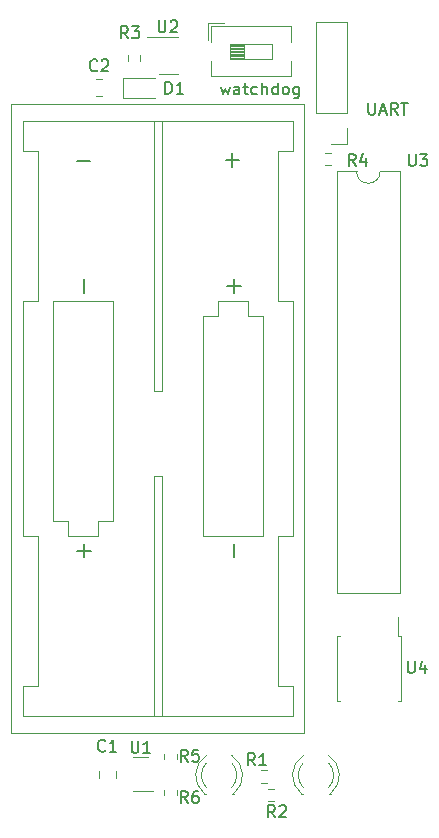
<source format=gbr>
%TF.GenerationSoftware,KiCad,Pcbnew,7.0.10*%
%TF.CreationDate,2024-01-09T16:20:13+01:00*%
%TF.ProjectId,mold_detect,6d6f6c64-5f64-4657-9465-63742e6b6963,rev?*%
%TF.SameCoordinates,Original*%
%TF.FileFunction,Legend,Top*%
%TF.FilePolarity,Positive*%
%FSLAX46Y46*%
G04 Gerber Fmt 4.6, Leading zero omitted, Abs format (unit mm)*
G04 Created by KiCad (PCBNEW 7.0.10) date 2024-01-09 16:20:13*
%MOMM*%
%LPD*%
G01*
G04 APERTURE LIST*
%ADD10C,0.150000*%
%ADD11C,0.120000*%
G04 APERTURE END LIST*
D10*
X109836779Y-86769819D02*
X109836779Y-87579342D01*
X109836779Y-87579342D02*
X109884398Y-87674580D01*
X109884398Y-87674580D02*
X109932017Y-87722200D01*
X109932017Y-87722200D02*
X110027255Y-87769819D01*
X110027255Y-87769819D02*
X110217731Y-87769819D01*
X110217731Y-87769819D02*
X110312969Y-87722200D01*
X110312969Y-87722200D02*
X110360588Y-87674580D01*
X110360588Y-87674580D02*
X110408207Y-87579342D01*
X110408207Y-87579342D02*
X110408207Y-86769819D01*
X110836779Y-87484104D02*
X111312969Y-87484104D01*
X110741541Y-87769819D02*
X111074874Y-86769819D01*
X111074874Y-86769819D02*
X111408207Y-87769819D01*
X112312969Y-87769819D02*
X111979636Y-87293628D01*
X111741541Y-87769819D02*
X111741541Y-86769819D01*
X111741541Y-86769819D02*
X112122493Y-86769819D01*
X112122493Y-86769819D02*
X112217731Y-86817438D01*
X112217731Y-86817438D02*
X112265350Y-86865057D01*
X112265350Y-86865057D02*
X112312969Y-86960295D01*
X112312969Y-86960295D02*
X112312969Y-87103152D01*
X112312969Y-87103152D02*
X112265350Y-87198390D01*
X112265350Y-87198390D02*
X112217731Y-87246009D01*
X112217731Y-87246009D02*
X112122493Y-87293628D01*
X112122493Y-87293628D02*
X111741541Y-87293628D01*
X112598684Y-86769819D02*
X113170112Y-86769819D01*
X112884398Y-87769819D02*
X112884398Y-86769819D01*
X97341541Y-85403152D02*
X97532017Y-86069819D01*
X97532017Y-86069819D02*
X97722493Y-85593628D01*
X97722493Y-85593628D02*
X97912969Y-86069819D01*
X97912969Y-86069819D02*
X98103445Y-85403152D01*
X98912969Y-86069819D02*
X98912969Y-85546009D01*
X98912969Y-85546009D02*
X98865350Y-85450771D01*
X98865350Y-85450771D02*
X98770112Y-85403152D01*
X98770112Y-85403152D02*
X98579636Y-85403152D01*
X98579636Y-85403152D02*
X98484398Y-85450771D01*
X98912969Y-86022200D02*
X98817731Y-86069819D01*
X98817731Y-86069819D02*
X98579636Y-86069819D01*
X98579636Y-86069819D02*
X98484398Y-86022200D01*
X98484398Y-86022200D02*
X98436779Y-85926961D01*
X98436779Y-85926961D02*
X98436779Y-85831723D01*
X98436779Y-85831723D02*
X98484398Y-85736485D01*
X98484398Y-85736485D02*
X98579636Y-85688866D01*
X98579636Y-85688866D02*
X98817731Y-85688866D01*
X98817731Y-85688866D02*
X98912969Y-85641247D01*
X99246303Y-85403152D02*
X99627255Y-85403152D01*
X99389160Y-85069819D02*
X99389160Y-85926961D01*
X99389160Y-85926961D02*
X99436779Y-86022200D01*
X99436779Y-86022200D02*
X99532017Y-86069819D01*
X99532017Y-86069819D02*
X99627255Y-86069819D01*
X100389160Y-86022200D02*
X100293922Y-86069819D01*
X100293922Y-86069819D02*
X100103446Y-86069819D01*
X100103446Y-86069819D02*
X100008208Y-86022200D01*
X100008208Y-86022200D02*
X99960589Y-85974580D01*
X99960589Y-85974580D02*
X99912970Y-85879342D01*
X99912970Y-85879342D02*
X99912970Y-85593628D01*
X99912970Y-85593628D02*
X99960589Y-85498390D01*
X99960589Y-85498390D02*
X100008208Y-85450771D01*
X100008208Y-85450771D02*
X100103446Y-85403152D01*
X100103446Y-85403152D02*
X100293922Y-85403152D01*
X100293922Y-85403152D02*
X100389160Y-85450771D01*
X100817732Y-86069819D02*
X100817732Y-85069819D01*
X101246303Y-86069819D02*
X101246303Y-85546009D01*
X101246303Y-85546009D02*
X101198684Y-85450771D01*
X101198684Y-85450771D02*
X101103446Y-85403152D01*
X101103446Y-85403152D02*
X100960589Y-85403152D01*
X100960589Y-85403152D02*
X100865351Y-85450771D01*
X100865351Y-85450771D02*
X100817732Y-85498390D01*
X102151065Y-86069819D02*
X102151065Y-85069819D01*
X102151065Y-86022200D02*
X102055827Y-86069819D01*
X102055827Y-86069819D02*
X101865351Y-86069819D01*
X101865351Y-86069819D02*
X101770113Y-86022200D01*
X101770113Y-86022200D02*
X101722494Y-85974580D01*
X101722494Y-85974580D02*
X101674875Y-85879342D01*
X101674875Y-85879342D02*
X101674875Y-85593628D01*
X101674875Y-85593628D02*
X101722494Y-85498390D01*
X101722494Y-85498390D02*
X101770113Y-85450771D01*
X101770113Y-85450771D02*
X101865351Y-85403152D01*
X101865351Y-85403152D02*
X102055827Y-85403152D01*
X102055827Y-85403152D02*
X102151065Y-85450771D01*
X102770113Y-86069819D02*
X102674875Y-86022200D01*
X102674875Y-86022200D02*
X102627256Y-85974580D01*
X102627256Y-85974580D02*
X102579637Y-85879342D01*
X102579637Y-85879342D02*
X102579637Y-85593628D01*
X102579637Y-85593628D02*
X102627256Y-85498390D01*
X102627256Y-85498390D02*
X102674875Y-85450771D01*
X102674875Y-85450771D02*
X102770113Y-85403152D01*
X102770113Y-85403152D02*
X102912970Y-85403152D01*
X102912970Y-85403152D02*
X103008208Y-85450771D01*
X103008208Y-85450771D02*
X103055827Y-85498390D01*
X103055827Y-85498390D02*
X103103446Y-85593628D01*
X103103446Y-85593628D02*
X103103446Y-85879342D01*
X103103446Y-85879342D02*
X103055827Y-85974580D01*
X103055827Y-85974580D02*
X103008208Y-86022200D01*
X103008208Y-86022200D02*
X102912970Y-86069819D01*
X102912970Y-86069819D02*
X102770113Y-86069819D01*
X103960589Y-85403152D02*
X103960589Y-86212676D01*
X103960589Y-86212676D02*
X103912970Y-86307914D01*
X103912970Y-86307914D02*
X103865351Y-86355533D01*
X103865351Y-86355533D02*
X103770113Y-86403152D01*
X103770113Y-86403152D02*
X103627256Y-86403152D01*
X103627256Y-86403152D02*
X103532018Y-86355533D01*
X103960589Y-86022200D02*
X103865351Y-86069819D01*
X103865351Y-86069819D02*
X103674875Y-86069819D01*
X103674875Y-86069819D02*
X103579637Y-86022200D01*
X103579637Y-86022200D02*
X103532018Y-85974580D01*
X103532018Y-85974580D02*
X103484399Y-85879342D01*
X103484399Y-85879342D02*
X103484399Y-85593628D01*
X103484399Y-85593628D02*
X103532018Y-85498390D01*
X103532018Y-85498390D02*
X103579637Y-85450771D01*
X103579637Y-85450771D02*
X103674875Y-85403152D01*
X103674875Y-85403152D02*
X103865351Y-85403152D01*
X103865351Y-85403152D02*
X103960589Y-85450771D01*
X113173095Y-134054819D02*
X113173095Y-134864342D01*
X113173095Y-134864342D02*
X113220714Y-134959580D01*
X113220714Y-134959580D02*
X113268333Y-135007200D01*
X113268333Y-135007200D02*
X113363571Y-135054819D01*
X113363571Y-135054819D02*
X113554047Y-135054819D01*
X113554047Y-135054819D02*
X113649285Y-135007200D01*
X113649285Y-135007200D02*
X113696904Y-134959580D01*
X113696904Y-134959580D02*
X113744523Y-134864342D01*
X113744523Y-134864342D02*
X113744523Y-134054819D01*
X114649285Y-134388152D02*
X114649285Y-135054819D01*
X114411190Y-134007200D02*
X114173095Y-134721485D01*
X114173095Y-134721485D02*
X114792142Y-134721485D01*
X85128571Y-91714700D02*
X86271429Y-91714700D01*
X98464700Y-102871428D02*
X98464700Y-101728571D01*
X99036128Y-102299999D02*
X97893271Y-102299999D01*
X98314700Y-92171428D02*
X98314700Y-91028571D01*
X98886128Y-91599999D02*
X97743271Y-91599999D01*
X98464700Y-125271428D02*
X98464700Y-124128571D01*
X85764700Y-102871428D02*
X85764700Y-101728571D01*
X85764700Y-125271428D02*
X85764700Y-124128571D01*
X86336128Y-124699999D02*
X85193271Y-124699999D01*
X89483333Y-81304819D02*
X89150000Y-80828628D01*
X88911905Y-81304819D02*
X88911905Y-80304819D01*
X88911905Y-80304819D02*
X89292857Y-80304819D01*
X89292857Y-80304819D02*
X89388095Y-80352438D01*
X89388095Y-80352438D02*
X89435714Y-80400057D01*
X89435714Y-80400057D02*
X89483333Y-80495295D01*
X89483333Y-80495295D02*
X89483333Y-80638152D01*
X89483333Y-80638152D02*
X89435714Y-80733390D01*
X89435714Y-80733390D02*
X89388095Y-80781009D01*
X89388095Y-80781009D02*
X89292857Y-80828628D01*
X89292857Y-80828628D02*
X88911905Y-80828628D01*
X89816667Y-80304819D02*
X90435714Y-80304819D01*
X90435714Y-80304819D02*
X90102381Y-80685771D01*
X90102381Y-80685771D02*
X90245238Y-80685771D01*
X90245238Y-80685771D02*
X90340476Y-80733390D01*
X90340476Y-80733390D02*
X90388095Y-80781009D01*
X90388095Y-80781009D02*
X90435714Y-80876247D01*
X90435714Y-80876247D02*
X90435714Y-81114342D01*
X90435714Y-81114342D02*
X90388095Y-81209580D01*
X90388095Y-81209580D02*
X90340476Y-81257200D01*
X90340476Y-81257200D02*
X90245238Y-81304819D01*
X90245238Y-81304819D02*
X89959524Y-81304819D01*
X89959524Y-81304819D02*
X89864286Y-81257200D01*
X89864286Y-81257200D02*
X89816667Y-81209580D01*
X89788095Y-140804819D02*
X89788095Y-141614342D01*
X89788095Y-141614342D02*
X89835714Y-141709580D01*
X89835714Y-141709580D02*
X89883333Y-141757200D01*
X89883333Y-141757200D02*
X89978571Y-141804819D01*
X89978571Y-141804819D02*
X90169047Y-141804819D01*
X90169047Y-141804819D02*
X90264285Y-141757200D01*
X90264285Y-141757200D02*
X90311904Y-141709580D01*
X90311904Y-141709580D02*
X90359523Y-141614342D01*
X90359523Y-141614342D02*
X90359523Y-140804819D01*
X91359523Y-141804819D02*
X90788095Y-141804819D01*
X91073809Y-141804819D02*
X91073809Y-140804819D01*
X91073809Y-140804819D02*
X90978571Y-140947676D01*
X90978571Y-140947676D02*
X90883333Y-141042914D01*
X90883333Y-141042914D02*
X90788095Y-141090533D01*
X94533333Y-146054819D02*
X94200000Y-145578628D01*
X93961905Y-146054819D02*
X93961905Y-145054819D01*
X93961905Y-145054819D02*
X94342857Y-145054819D01*
X94342857Y-145054819D02*
X94438095Y-145102438D01*
X94438095Y-145102438D02*
X94485714Y-145150057D01*
X94485714Y-145150057D02*
X94533333Y-145245295D01*
X94533333Y-145245295D02*
X94533333Y-145388152D01*
X94533333Y-145388152D02*
X94485714Y-145483390D01*
X94485714Y-145483390D02*
X94438095Y-145531009D01*
X94438095Y-145531009D02*
X94342857Y-145578628D01*
X94342857Y-145578628D02*
X93961905Y-145578628D01*
X95390476Y-145054819D02*
X95200000Y-145054819D01*
X95200000Y-145054819D02*
X95104762Y-145102438D01*
X95104762Y-145102438D02*
X95057143Y-145150057D01*
X95057143Y-145150057D02*
X94961905Y-145292914D01*
X94961905Y-145292914D02*
X94914286Y-145483390D01*
X94914286Y-145483390D02*
X94914286Y-145864342D01*
X94914286Y-145864342D02*
X94961905Y-145959580D01*
X94961905Y-145959580D02*
X95009524Y-146007200D01*
X95009524Y-146007200D02*
X95104762Y-146054819D01*
X95104762Y-146054819D02*
X95295238Y-146054819D01*
X95295238Y-146054819D02*
X95390476Y-146007200D01*
X95390476Y-146007200D02*
X95438095Y-145959580D01*
X95438095Y-145959580D02*
X95485714Y-145864342D01*
X95485714Y-145864342D02*
X95485714Y-145626247D01*
X95485714Y-145626247D02*
X95438095Y-145531009D01*
X95438095Y-145531009D02*
X95390476Y-145483390D01*
X95390476Y-145483390D02*
X95295238Y-145435771D01*
X95295238Y-145435771D02*
X95104762Y-145435771D01*
X95104762Y-145435771D02*
X95009524Y-145483390D01*
X95009524Y-145483390D02*
X94961905Y-145531009D01*
X94961905Y-145531009D02*
X94914286Y-145626247D01*
X94533333Y-142554819D02*
X94200000Y-142078628D01*
X93961905Y-142554819D02*
X93961905Y-141554819D01*
X93961905Y-141554819D02*
X94342857Y-141554819D01*
X94342857Y-141554819D02*
X94438095Y-141602438D01*
X94438095Y-141602438D02*
X94485714Y-141650057D01*
X94485714Y-141650057D02*
X94533333Y-141745295D01*
X94533333Y-141745295D02*
X94533333Y-141888152D01*
X94533333Y-141888152D02*
X94485714Y-141983390D01*
X94485714Y-141983390D02*
X94438095Y-142031009D01*
X94438095Y-142031009D02*
X94342857Y-142078628D01*
X94342857Y-142078628D02*
X93961905Y-142078628D01*
X95438095Y-141554819D02*
X94961905Y-141554819D01*
X94961905Y-141554819D02*
X94914286Y-142031009D01*
X94914286Y-142031009D02*
X94961905Y-141983390D01*
X94961905Y-141983390D02*
X95057143Y-141935771D01*
X95057143Y-141935771D02*
X95295238Y-141935771D01*
X95295238Y-141935771D02*
X95390476Y-141983390D01*
X95390476Y-141983390D02*
X95438095Y-142031009D01*
X95438095Y-142031009D02*
X95485714Y-142126247D01*
X95485714Y-142126247D02*
X95485714Y-142364342D01*
X95485714Y-142364342D02*
X95438095Y-142459580D01*
X95438095Y-142459580D02*
X95390476Y-142507200D01*
X95390476Y-142507200D02*
X95295238Y-142554819D01*
X95295238Y-142554819D02*
X95057143Y-142554819D01*
X95057143Y-142554819D02*
X94961905Y-142507200D01*
X94961905Y-142507200D02*
X94914286Y-142459580D01*
X108758333Y-92111926D02*
X108425000Y-91635735D01*
X108186905Y-92111926D02*
X108186905Y-91111926D01*
X108186905Y-91111926D02*
X108567857Y-91111926D01*
X108567857Y-91111926D02*
X108663095Y-91159545D01*
X108663095Y-91159545D02*
X108710714Y-91207164D01*
X108710714Y-91207164D02*
X108758333Y-91302402D01*
X108758333Y-91302402D02*
X108758333Y-91445259D01*
X108758333Y-91445259D02*
X108710714Y-91540497D01*
X108710714Y-91540497D02*
X108663095Y-91588116D01*
X108663095Y-91588116D02*
X108567857Y-91635735D01*
X108567857Y-91635735D02*
X108186905Y-91635735D01*
X109615476Y-91445259D02*
X109615476Y-92111926D01*
X109377381Y-91064307D02*
X109139286Y-91778592D01*
X109139286Y-91778592D02*
X109758333Y-91778592D01*
X92661905Y-86004819D02*
X92661905Y-85004819D01*
X92661905Y-85004819D02*
X92900000Y-85004819D01*
X92900000Y-85004819D02*
X93042857Y-85052438D01*
X93042857Y-85052438D02*
X93138095Y-85147676D01*
X93138095Y-85147676D02*
X93185714Y-85242914D01*
X93185714Y-85242914D02*
X93233333Y-85433390D01*
X93233333Y-85433390D02*
X93233333Y-85576247D01*
X93233333Y-85576247D02*
X93185714Y-85766723D01*
X93185714Y-85766723D02*
X93138095Y-85861961D01*
X93138095Y-85861961D02*
X93042857Y-85957200D01*
X93042857Y-85957200D02*
X92900000Y-86004819D01*
X92900000Y-86004819D02*
X92661905Y-86004819D01*
X94185714Y-86004819D02*
X93614286Y-86004819D01*
X93900000Y-86004819D02*
X93900000Y-85004819D01*
X93900000Y-85004819D02*
X93804762Y-85147676D01*
X93804762Y-85147676D02*
X93709524Y-85242914D01*
X93709524Y-85242914D02*
X93614286Y-85290533D01*
X101933333Y-147254819D02*
X101600000Y-146778628D01*
X101361905Y-147254819D02*
X101361905Y-146254819D01*
X101361905Y-146254819D02*
X101742857Y-146254819D01*
X101742857Y-146254819D02*
X101838095Y-146302438D01*
X101838095Y-146302438D02*
X101885714Y-146350057D01*
X101885714Y-146350057D02*
X101933333Y-146445295D01*
X101933333Y-146445295D02*
X101933333Y-146588152D01*
X101933333Y-146588152D02*
X101885714Y-146683390D01*
X101885714Y-146683390D02*
X101838095Y-146731009D01*
X101838095Y-146731009D02*
X101742857Y-146778628D01*
X101742857Y-146778628D02*
X101361905Y-146778628D01*
X102314286Y-146350057D02*
X102361905Y-146302438D01*
X102361905Y-146302438D02*
X102457143Y-146254819D01*
X102457143Y-146254819D02*
X102695238Y-146254819D01*
X102695238Y-146254819D02*
X102790476Y-146302438D01*
X102790476Y-146302438D02*
X102838095Y-146350057D01*
X102838095Y-146350057D02*
X102885714Y-146445295D01*
X102885714Y-146445295D02*
X102885714Y-146540533D01*
X102885714Y-146540533D02*
X102838095Y-146683390D01*
X102838095Y-146683390D02*
X102266667Y-147254819D01*
X102266667Y-147254819D02*
X102885714Y-147254819D01*
X92088095Y-79804819D02*
X92088095Y-80614342D01*
X92088095Y-80614342D02*
X92135714Y-80709580D01*
X92135714Y-80709580D02*
X92183333Y-80757200D01*
X92183333Y-80757200D02*
X92278571Y-80804819D01*
X92278571Y-80804819D02*
X92469047Y-80804819D01*
X92469047Y-80804819D02*
X92564285Y-80757200D01*
X92564285Y-80757200D02*
X92611904Y-80709580D01*
X92611904Y-80709580D02*
X92659523Y-80614342D01*
X92659523Y-80614342D02*
X92659523Y-79804819D01*
X93088095Y-79900057D02*
X93135714Y-79852438D01*
X93135714Y-79852438D02*
X93230952Y-79804819D01*
X93230952Y-79804819D02*
X93469047Y-79804819D01*
X93469047Y-79804819D02*
X93564285Y-79852438D01*
X93564285Y-79852438D02*
X93611904Y-79900057D01*
X93611904Y-79900057D02*
X93659523Y-79995295D01*
X93659523Y-79995295D02*
X93659523Y-80090533D01*
X93659523Y-80090533D02*
X93611904Y-80233390D01*
X93611904Y-80233390D02*
X93040476Y-80804819D01*
X93040476Y-80804819D02*
X93659523Y-80804819D01*
X113263095Y-91111926D02*
X113263095Y-91921449D01*
X113263095Y-91921449D02*
X113310714Y-92016687D01*
X113310714Y-92016687D02*
X113358333Y-92064307D01*
X113358333Y-92064307D02*
X113453571Y-92111926D01*
X113453571Y-92111926D02*
X113644047Y-92111926D01*
X113644047Y-92111926D02*
X113739285Y-92064307D01*
X113739285Y-92064307D02*
X113786904Y-92016687D01*
X113786904Y-92016687D02*
X113834523Y-91921449D01*
X113834523Y-91921449D02*
X113834523Y-91111926D01*
X114215476Y-91111926D02*
X114834523Y-91111926D01*
X114834523Y-91111926D02*
X114501190Y-91492878D01*
X114501190Y-91492878D02*
X114644047Y-91492878D01*
X114644047Y-91492878D02*
X114739285Y-91540497D01*
X114739285Y-91540497D02*
X114786904Y-91588116D01*
X114786904Y-91588116D02*
X114834523Y-91683354D01*
X114834523Y-91683354D02*
X114834523Y-91921449D01*
X114834523Y-91921449D02*
X114786904Y-92016687D01*
X114786904Y-92016687D02*
X114739285Y-92064307D01*
X114739285Y-92064307D02*
X114644047Y-92111926D01*
X114644047Y-92111926D02*
X114358333Y-92111926D01*
X114358333Y-92111926D02*
X114263095Y-92064307D01*
X114263095Y-92064307D02*
X114215476Y-92016687D01*
X100233333Y-142854819D02*
X99900000Y-142378628D01*
X99661905Y-142854819D02*
X99661905Y-141854819D01*
X99661905Y-141854819D02*
X100042857Y-141854819D01*
X100042857Y-141854819D02*
X100138095Y-141902438D01*
X100138095Y-141902438D02*
X100185714Y-141950057D01*
X100185714Y-141950057D02*
X100233333Y-142045295D01*
X100233333Y-142045295D02*
X100233333Y-142188152D01*
X100233333Y-142188152D02*
X100185714Y-142283390D01*
X100185714Y-142283390D02*
X100138095Y-142331009D01*
X100138095Y-142331009D02*
X100042857Y-142378628D01*
X100042857Y-142378628D02*
X99661905Y-142378628D01*
X101185714Y-142854819D02*
X100614286Y-142854819D01*
X100900000Y-142854819D02*
X100900000Y-141854819D01*
X100900000Y-141854819D02*
X100804762Y-141997676D01*
X100804762Y-141997676D02*
X100709524Y-142092914D01*
X100709524Y-142092914D02*
X100614286Y-142140533D01*
X87558333Y-141609580D02*
X87510714Y-141657200D01*
X87510714Y-141657200D02*
X87367857Y-141704819D01*
X87367857Y-141704819D02*
X87272619Y-141704819D01*
X87272619Y-141704819D02*
X87129762Y-141657200D01*
X87129762Y-141657200D02*
X87034524Y-141561961D01*
X87034524Y-141561961D02*
X86986905Y-141466723D01*
X86986905Y-141466723D02*
X86939286Y-141276247D01*
X86939286Y-141276247D02*
X86939286Y-141133390D01*
X86939286Y-141133390D02*
X86986905Y-140942914D01*
X86986905Y-140942914D02*
X87034524Y-140847676D01*
X87034524Y-140847676D02*
X87129762Y-140752438D01*
X87129762Y-140752438D02*
X87272619Y-140704819D01*
X87272619Y-140704819D02*
X87367857Y-140704819D01*
X87367857Y-140704819D02*
X87510714Y-140752438D01*
X87510714Y-140752438D02*
X87558333Y-140800057D01*
X88510714Y-141704819D02*
X87939286Y-141704819D01*
X88225000Y-141704819D02*
X88225000Y-140704819D01*
X88225000Y-140704819D02*
X88129762Y-140847676D01*
X88129762Y-140847676D02*
X88034524Y-140942914D01*
X88034524Y-140942914D02*
X87939286Y-140990533D01*
X86883333Y-84009580D02*
X86835714Y-84057200D01*
X86835714Y-84057200D02*
X86692857Y-84104819D01*
X86692857Y-84104819D02*
X86597619Y-84104819D01*
X86597619Y-84104819D02*
X86454762Y-84057200D01*
X86454762Y-84057200D02*
X86359524Y-83961961D01*
X86359524Y-83961961D02*
X86311905Y-83866723D01*
X86311905Y-83866723D02*
X86264286Y-83676247D01*
X86264286Y-83676247D02*
X86264286Y-83533390D01*
X86264286Y-83533390D02*
X86311905Y-83342914D01*
X86311905Y-83342914D02*
X86359524Y-83247676D01*
X86359524Y-83247676D02*
X86454762Y-83152438D01*
X86454762Y-83152438D02*
X86597619Y-83104819D01*
X86597619Y-83104819D02*
X86692857Y-83104819D01*
X86692857Y-83104819D02*
X86835714Y-83152438D01*
X86835714Y-83152438D02*
X86883333Y-83200057D01*
X87264286Y-83200057D02*
X87311905Y-83152438D01*
X87311905Y-83152438D02*
X87407143Y-83104819D01*
X87407143Y-83104819D02*
X87645238Y-83104819D01*
X87645238Y-83104819D02*
X87740476Y-83152438D01*
X87740476Y-83152438D02*
X87788095Y-83200057D01*
X87788095Y-83200057D02*
X87835714Y-83295295D01*
X87835714Y-83295295D02*
X87835714Y-83390533D01*
X87835714Y-83390533D02*
X87788095Y-83533390D01*
X87788095Y-83533390D02*
X87216667Y-84104819D01*
X87216667Y-84104819D02*
X87835714Y-84104819D01*
D11*
%TO.C,J2*%
X108030000Y-87630000D02*
X108030000Y-79950000D01*
X108030000Y-90230000D02*
X106700000Y-90230000D01*
X108030000Y-87630000D02*
X105370000Y-87630000D01*
X108030000Y-79950000D02*
X105370000Y-79950000D01*
X108030000Y-88900000D02*
X108030000Y-90230000D01*
X105370000Y-87630000D02*
X105370000Y-79950000D01*
%TO.C,U4*%
X107175000Y-131957500D02*
X107435000Y-131957500D01*
X112365000Y-131957500D02*
X112365000Y-130282500D01*
X112625000Y-134682500D02*
X112625000Y-131957500D01*
X112625000Y-131957500D02*
X112365000Y-131957500D01*
X107175000Y-137407500D02*
X107435000Y-137407500D01*
X107175000Y-134682500D02*
X107175000Y-137407500D01*
X107175000Y-134682500D02*
X107175000Y-131957500D01*
X112625000Y-137407500D02*
X112365000Y-137407500D01*
X112625000Y-134682500D02*
X112625000Y-137407500D01*
%TO.C,BT1*%
X104400000Y-86900000D02*
X79600000Y-86900000D01*
X79595000Y-86900000D02*
X79595000Y-140100000D01*
X103430000Y-88330000D02*
X80570000Y-88330000D01*
X92350000Y-88330000D02*
X92350000Y-111190000D01*
X80570000Y-88330000D02*
X80570000Y-90870000D01*
X103430000Y-90870000D02*
X103430000Y-88330000D01*
X102160000Y-90870000D02*
X103430000Y-90870000D01*
X102160000Y-90870000D02*
X102160000Y-103570000D01*
X81840000Y-90870000D02*
X81840000Y-103570000D01*
X80570000Y-90870000D02*
X81840000Y-90870000D01*
X103430000Y-103570000D02*
X102160000Y-103570000D01*
X99620000Y-103570000D02*
X99620000Y-104840000D01*
X97080000Y-103570000D02*
X99620000Y-103570000D01*
X88190000Y-103570000D02*
X88190000Y-122160000D01*
X83110000Y-103570000D02*
X88190000Y-103570000D01*
X81840000Y-103570000D02*
X80570000Y-103570000D01*
X80570000Y-103570000D02*
X80570000Y-123430000D01*
X100890000Y-104840000D02*
X100890000Y-123430000D01*
X99620000Y-104840000D02*
X100890000Y-104840000D01*
X97080000Y-104840000D02*
X97080000Y-103570000D01*
X95810000Y-104840000D02*
X97080000Y-104840000D01*
X92350000Y-111190000D02*
X91650000Y-111190000D01*
X91650000Y-111190000D02*
X91650000Y-88330000D01*
X92350000Y-118350000D02*
X91650000Y-118350000D01*
X91650000Y-118350000D02*
X91650000Y-138670000D01*
X88190000Y-122160000D02*
X86920000Y-122160000D01*
X86920000Y-122160000D02*
X86920000Y-123430000D01*
X84380000Y-122160000D02*
X83110000Y-122160000D01*
X83110000Y-122160000D02*
X83110000Y-103570000D01*
X103430000Y-123430000D02*
X103430000Y-103570000D01*
X102160000Y-123430000D02*
X103430000Y-123430000D01*
X100890000Y-123430000D02*
X95810000Y-123430000D01*
X95810000Y-123430000D02*
X95810000Y-104840000D01*
X86920000Y-123430000D02*
X84380000Y-123430000D01*
X84380000Y-123430000D02*
X84380000Y-122160000D01*
X80570000Y-123430000D02*
X81840000Y-123430000D01*
X103430000Y-136130000D02*
X102160000Y-136130000D01*
X102160000Y-136130000D02*
X102160000Y-123430000D01*
X81840000Y-136130000D02*
X81840000Y-123430000D01*
X80570000Y-136130000D02*
X81840000Y-136130000D01*
X103430000Y-138670000D02*
X103430000Y-136130000D01*
X103430000Y-138670000D02*
X80570000Y-138670000D01*
X92350000Y-138670000D02*
X92350000Y-118350000D01*
X80570000Y-138670000D02*
X80570000Y-136130000D01*
X104405000Y-140100000D02*
X104405000Y-86900000D01*
X79600000Y-140100000D02*
X104400000Y-140100000D01*
%TO.C,R3*%
X89477500Y-83237258D02*
X89477500Y-82762742D01*
X90522500Y-83237258D02*
X90522500Y-82762742D01*
%TO.C,U1*%
X91640000Y-145010000D02*
X89900000Y-145010000D01*
X91200000Y-142190000D02*
X89900000Y-142190000D01*
%TO.C,R6*%
X92552500Y-145412258D02*
X92552500Y-144937742D01*
X93597500Y-145412258D02*
X93597500Y-144937742D01*
%TO.C,R5*%
X93597500Y-141887742D02*
X93597500Y-142362258D01*
X92552500Y-141887742D02*
X92552500Y-142362258D01*
%TO.C,R4*%
X106662258Y-91034607D02*
X106187742Y-91034607D01*
X106662258Y-92079607D02*
X106187742Y-92079607D01*
%TO.C,Red1*%
X95964000Y-145265000D02*
X96120000Y-145265000D01*
X98280000Y-145265000D02*
X98436000Y-145265000D01*
X96121392Y-142032666D02*
G75*
G03*
X95964485Y-145264999I1078608J-1672334D01*
G01*
X96120164Y-142663871D02*
G75*
G03*
X96120001Y-144745960I1079836J-1041129D01*
G01*
X98279999Y-144745960D02*
G75*
G03*
X98279836Y-142663871I-1079999J1040960D01*
G01*
X98435515Y-145264999D02*
G75*
G03*
X98278608Y-142032666I-1235515J1559999D01*
G01*
%TO.C,SW1*%
X96250000Y-80050000D02*
X96250000Y-81433000D01*
X96250000Y-80050000D02*
X97633000Y-80050000D01*
X96490000Y-80290000D02*
X96490000Y-81600000D01*
X96490000Y-80290000D02*
X103310000Y-80290000D01*
X96490000Y-83200000D02*
X96490000Y-84510000D01*
X96490000Y-84510000D02*
X103310000Y-84510000D01*
X98090000Y-81765000D02*
X98090000Y-83035000D01*
X98090000Y-81885000D02*
X99296667Y-81885000D01*
X98090000Y-82005000D02*
X99296667Y-82005000D01*
X98090000Y-82125000D02*
X99296667Y-82125000D01*
X98090000Y-82245000D02*
X99296667Y-82245000D01*
X98090000Y-82365000D02*
X99296667Y-82365000D01*
X98090000Y-82485000D02*
X99296667Y-82485000D01*
X98090000Y-82605000D02*
X99296667Y-82605000D01*
X98090000Y-82725000D02*
X99296667Y-82725000D01*
X98090000Y-82845000D02*
X99296667Y-82845000D01*
X98090000Y-82965000D02*
X99296667Y-82965000D01*
X98090000Y-83035000D02*
X101710000Y-83035000D01*
X99296667Y-81765000D02*
X99296667Y-83035000D01*
X101710000Y-81765000D02*
X98090000Y-81765000D01*
X101710000Y-83035000D02*
X101710000Y-81765000D01*
X103310000Y-80290000D02*
X103310000Y-81600000D01*
X103310000Y-83200000D02*
X103310000Y-84510000D01*
%TO.C,Blue1*%
X104164000Y-145265000D02*
X104320000Y-145265000D01*
X106480000Y-145265000D02*
X106636000Y-145265000D01*
X104321392Y-142032666D02*
G75*
G03*
X104164485Y-145264999I1078608J-1672334D01*
G01*
X104320164Y-142663871D02*
G75*
G03*
X104320001Y-144745960I1079836J-1041129D01*
G01*
X106479999Y-144745960D02*
G75*
G03*
X106479836Y-142663871I-1079999J1040960D01*
G01*
X106635515Y-145264999D02*
G75*
G03*
X106478608Y-142032666I-1235515J1559999D01*
G01*
%TO.C,D1*%
X89090000Y-84650000D02*
X89090000Y-86350000D01*
X89090000Y-84650000D02*
X91750000Y-84650000D01*
X89090000Y-86350000D02*
X91750000Y-86350000D01*
%TO.C,R2*%
X101837258Y-144877500D02*
X101362742Y-144877500D01*
X101837258Y-145922500D02*
X101362742Y-145922500D01*
%TO.C,U2*%
X92900000Y-81190000D02*
X91100000Y-81190000D01*
X92900000Y-81190000D02*
X93700000Y-81190000D01*
X92900000Y-84310000D02*
X92100000Y-84310000D01*
X92900000Y-84310000D02*
X93700000Y-84310000D01*
%TO.C,U3*%
X108835000Y-92587107D02*
G75*
G03*
X110835000Y-92587107I1000000J0D01*
G01*
X112485000Y-128267107D02*
X112485000Y-92587107D01*
X112485000Y-92587107D02*
X110835000Y-92587107D01*
X108835000Y-92587107D02*
X107185000Y-92587107D01*
X107185000Y-128267107D02*
X112485000Y-128267107D01*
X107185000Y-92587107D02*
X107185000Y-128267107D01*
%TO.C,R1*%
X100762742Y-143277500D02*
X101237258Y-143277500D01*
X100762742Y-144322500D02*
X101237258Y-144322500D01*
%TO.C,C1*%
X87040000Y-143901252D02*
X87040000Y-143378748D01*
X88510000Y-143901252D02*
X88510000Y-143378748D01*
%TO.C,C2*%
X87261252Y-86235000D02*
X86738748Y-86235000D01*
X87261252Y-84765000D02*
X86738748Y-84765000D01*
%TD*%
M02*

</source>
